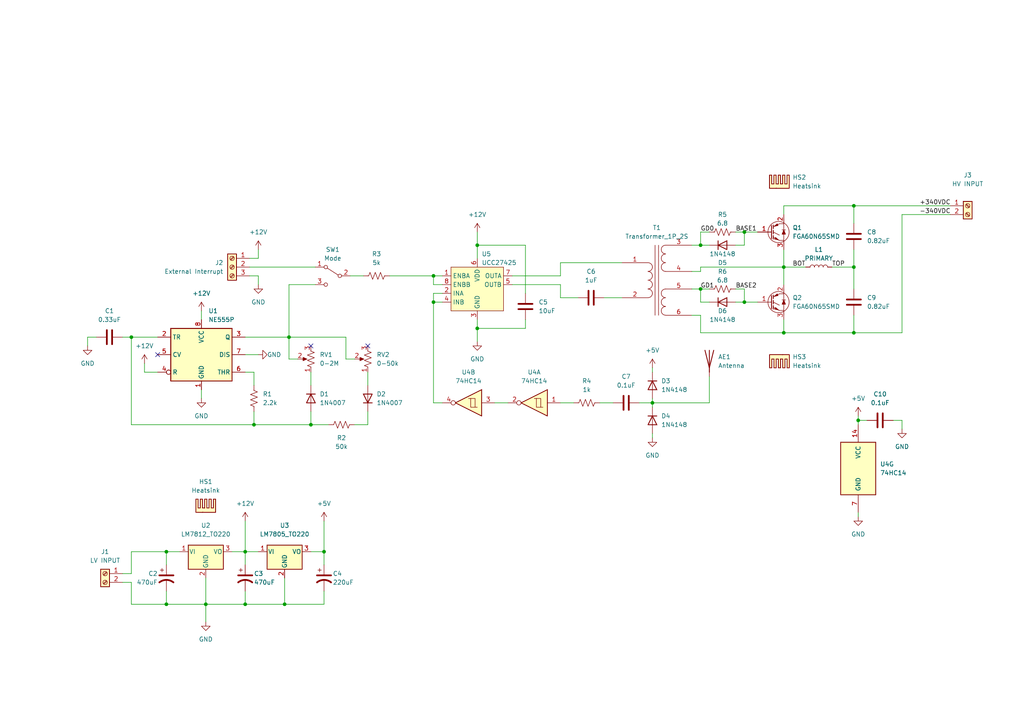
<source format=kicad_sch>
(kicad_sch (version 20230121) (generator eeschema)
  (paper "A4")
  (lib_symbols
    (symbol "74xx:74HC14" (pin_names (offset 1.016))
      (property "Reference" "U" (at 0 1.27 0))
      (property "Value" "74HC14" (at 0 -1.27 0))
      (symbol "74HC14_1_0"
        (polyline (pts (xy -3.81 3.81) (xy -3.81 -3.81) (xy 3.81 0) (xy -3.81 3.81)) (stroke (width 0.254)) (fill (type background)))
        (pin input line (at -7.62 0 0) (length 3.81) (name "~") (number "1"))
        (pin output inverted (at 7.62 0 180) (length 3.81) (name "~") (number "2"))
      )
      (symbol "74HC14_1_1"
        (polyline (pts (xy -1.905 -1.27) (xy -1.905 1.27) (xy -0.635 1.27)))
        (polyline (pts (xy -2.54 -1.27) (xy -0.635 -1.27) (xy -0.635 1.27) (xy 0 1.27)))
      )
      (symbol "74HC14_2_0"
        (polyline (pts (xy -3.81 3.81) (xy -3.81 -3.81) (xy 3.81 0) (xy -3.81 3.81)) (stroke (width 0.254)) (fill (type background)))
        (pin input line (at -7.62 0 0) (length 3.81) (name "~") (number "3"))
        (pin output inverted (at 7.62 0 180) (length 3.81) (name "~") (number "4"))
      )
      (symbol "74HC14_2_1"
        (polyline (pts (xy -1.905 -1.27) (xy -1.905 1.27) (xy -0.635 1.27)))
        (polyline (pts (xy -2.54 -1.27) (xy -0.635 -1.27) (xy -0.635 1.27) (xy 0 1.27)))
      )
      (symbol "74HC14_3_0"
        (polyline (pts (xy -3.81 3.81) (xy -3.81 -3.81) (xy 3.81 0) (xy -3.81 3.81)) (stroke (width 0.254)) (fill (type background)))
        (pin input line (at -7.62 0 0) (length 3.81) (name "~") (number "5"))
        (pin output inverted (at 7.62 0 180) (length 3.81) (name "~") (number "6"))
      )
      (symbol "74HC14_3_1"
        (polyline (pts (xy -1.905 -1.27) (xy -1.905 1.27) (xy -0.635 1.27)))
        (polyline (pts (xy -2.54 -1.27) (xy -0.635 -1.27) (xy -0.635 1.27) (xy 0 1.27)))
      )
      (symbol "74HC14_4_0"
        (polyline (pts (xy -3.81 3.81) (xy -3.81 -3.81) (xy 3.81 0) (xy -3.81 3.81)) (stroke (width 0.254)) (fill (type background)))
        (pin output inverted (at 7.62 0 180) (length 3.81) (name "~") (number "8"))
        (pin input line (at -7.62 0 0) (length 3.81) (name "~") (number "9"))
      )
      (symbol "74HC14_4_1"
        (polyline (pts (xy -1.905 -1.27) (xy -1.905 1.27) (xy -0.635 1.27)))
        (polyline (pts (xy -2.54 -1.27) (xy -0.635 -1.27) (xy -0.635 1.27) (xy 0 1.27)))
      )
      (symbol "74HC14_5_0"
        (polyline (pts (xy -3.81 3.81) (xy -3.81 -3.81) (xy 3.81 0) (xy -3.81 3.81)) (stroke (width 0.254)) (fill (type background)))
        (pin output inverted (at 7.62 0 180) (length 3.81) (name "~") (number "10"))
        (pin input line (at -7.62 0 0) (length 3.81) (name "~") (number "11"))
      )
      (symbol "74HC14_5_1"
        (polyline (pts (xy -1.905 -1.27) (xy -1.905 1.27) (xy -0.635 1.27)))
        (polyline (pts (xy -2.54 -1.27) (xy -0.635 -1.27) (xy -0.635 1.27) (xy 0 1.27)))
      )
      (symbol "74HC14_6_0"
        (polyline (pts (xy -3.81 3.81) (xy -3.81 -3.81) (xy 3.81 0) (xy -3.81 3.81)) (stroke (width 0.254)) (fill (type background)))
        (pin output inverted (at 7.62 0 180) (length 3.81) (name "~") (number "12"))
        (pin input line (at -7.62 0 0) (length 3.81) (name "~") (number "13"))
      )
      (symbol "74HC14_6_1"
        (polyline (pts (xy -1.905 -1.27) (xy -1.905 1.27) (xy -0.635 1.27)))
        (polyline (pts (xy -2.54 -1.27) (xy -0.635 -1.27) (xy -0.635 1.27) (xy 0 1.27)))
      )
      (symbol "74HC14_7_0"
        (pin power_in line (at 0 12.7 270) (length 5.08) (name "VCC") (number "14"))
        (pin power_in line (at 0 -12.7 90) (length 5.08) (name "GND") (number "7"))
      )
      (symbol "74HC14_7_1"
        (rectangle (start -5.08 7.62) (end 5.08 -7.62) (stroke (width 0.254)) (fill (type background)))
      )
    )
    (symbol "Connector:Screw_Terminal_01x02" (pin_names (offset 1.016) hide)
      (property "Reference" "J" (at 0 2.54 0))
      (property "Value" "Screw_Terminal_01x02" (at 0 -5.08 0))
      (symbol "Screw_Terminal_01x02_1_1"
        (rectangle (start -1.27 1.27) (end 1.27 -3.81) (stroke (width 0.254)) (fill (type background)))
        (circle (center 0 -2.54) (radius 0.635) (stroke (width 0.1524)))
        (polyline (pts (xy -0.5334 -2.2098) (xy 0.3302 -3.048)) (stroke (width 0.1524)))
        (polyline (pts (xy -0.5334 0.3302) (xy 0.3302 -0.508)) (stroke (width 0.1524)))
        (polyline (pts (xy -0.3556 -2.032) (xy 0.508 -2.8702)) (stroke (width 0.1524)))
        (polyline (pts (xy -0.3556 0.508) (xy 0.508 -0.3302)) (stroke (width 0.1524)))
        (circle (center 0 0) (radius 0.635) (stroke (width 0.1524)))
        (pin passive line (at -5.08 0 0) (length 3.81) (name "Pin_1") (number "1"))
        (pin passive line (at -5.08 -2.54 0) (length 3.81) (name "Pin_2") (number "2"))
      )
    )
    (symbol "Connector:Screw_Terminal_01x03" (pin_names (offset 1.016) hide)
      (property "Reference" "J" (at 0 5.08 0))
      (property "Value" "Screw_Terminal_01x03" (at 0 -5.08 0))
      (symbol "Screw_Terminal_01x03_1_1"
        (rectangle (start -1.27 3.81) (end 1.27 -3.81) (stroke (width 0.254)) (fill (type background)))
        (circle (center 0 -2.54) (radius 0.635) (stroke (width 0.1524)))
        (polyline (pts (xy -0.5334 -2.2098) (xy 0.3302 -3.048)) (stroke (width 0.1524)))
        (polyline (pts (xy -0.5334 0.3302) (xy 0.3302 -0.508)) (stroke (width 0.1524)))
        (polyline (pts (xy -0.5334 2.8702) (xy 0.3302 2.032)) (stroke (width 0.1524)))
        (polyline (pts (xy -0.3556 -2.032) (xy 0.508 -2.8702)) (stroke (width 0.1524)))
        (polyline (pts (xy -0.3556 0.508) (xy 0.508 -0.3302)) (stroke (width 0.1524)))
        (polyline (pts (xy -0.3556 3.048) (xy 0.508 2.2098)) (stroke (width 0.1524)))
        (circle (center 0 0) (radius 0.635) (stroke (width 0.1524)))
        (circle (center 0 2.54) (radius 0.635) (stroke (width 0.1524)))
        (pin passive line (at -5.08 2.54 0) (length 3.81) (name "Pin_1") (number "1"))
        (pin passive line (at -5.08 0 0) (length 3.81) (name "Pin_2") (number "2"))
        (pin passive line (at -5.08 -2.54 0) (length 3.81) (name "Pin_3") (number "3"))
      )
    )
    (symbol "Device:Antenna" (pin_numbers hide) (pin_names (offset 1.016) hide)
      (property "Reference" "AE" (at -1.905 1.905 0))
      (property "Value" "Antenna" (at -1.905 0 0))
      (symbol "Antenna_0_1"
        (polyline (pts (xy 0 2.54) (xy 0 -3.81)) (stroke (width 0.254)))
        (polyline (pts (xy 1.27 2.54) (xy 0 -2.54) (xy -1.27 2.54)) (stroke (width 0.254)))
      )
      (symbol "Antenna_1_1"
        (pin input line (at 0 -5.08 90) (length 2.54) (name "A") (number "1"))
      )
    )
    (symbol "Device:C" (pin_numbers hide) (pin_names (offset 0.254))
      (property "Reference" "C" (at 0.635 2.54 0))
      (property "Value" "C" (at 0.635 -2.54 0))
      (symbol "C_0_1"
        (polyline (pts (xy -2.032 -0.762) (xy 2.032 -0.762)) (stroke (width 0.508)))
        (polyline (pts (xy -2.032 0.762) (xy 2.032 0.762)) (stroke (width 0.508)))
      )
      (symbol "C_1_1"
        (pin passive line (at 0 3.81 270) (length 2.794) (name "~") (number "1"))
        (pin passive line (at 0 -3.81 90) (length 2.794) (name "~") (number "2"))
      )
    )
    (symbol "Device:C_Polarized_US" (pin_numbers hide) (pin_names (offset 0.254) hide)
      (property "Reference" "C" (at 0.635 2.54 0))
      (property "Value" "C_Polarized_US" (at 0.635 -2.54 0))
      (symbol "C_Polarized_US_0_1"
        (polyline (pts (xy -2.032 0.762) (xy 2.032 0.762)) (stroke (width 0.508)))
        (polyline (pts (xy -1.778 2.286) (xy -0.762 2.286)))
        (polyline (pts (xy -1.27 1.778) (xy -1.27 2.794)))
        (arc (start 2.032 -1.27) (mid 0 -0.5572) (end -2.032 -1.27) (stroke (width 0.508)))
      )
      (symbol "C_Polarized_US_1_1"
        (pin passive line (at 0 3.81 270) (length 2.794) (name "~") (number "1"))
        (pin passive line (at 0 -3.81 90) (length 3.302) (name "~") (number "2"))
      )
    )
    (symbol "Device:L" (pin_numbers hide) (pin_names (offset 1.016) hide)
      (property "Reference" "L" (at -1.27 0 90))
      (property "Value" "L" (at 1.905 0 90))
      (symbol "L_0_1"
        (arc (start 0 -2.54) (mid 0.6323 -1.905) (end 0 -1.27))
        (arc (start 0 -1.27) (mid 0.6323 -0.635) (end 0 0))
        (arc (start 0 0) (mid 0.6323 0.635) (end 0 1.27))
        (arc (start 0 1.27) (mid 0.6323 1.905) (end 0 2.54))
      )
      (symbol "L_1_1"
        (pin passive line (at 0 3.81 270) (length 1.27) (name "1") (number "1"))
        (pin passive line (at 0 -3.81 90) (length 1.27) (name "2") (number "2"))
      )
    )
    (symbol "Device:R_Potentiometer_US" (pin_names (offset 1.016) hide)
      (property "Reference" "RV" (at -4.445 0 90))
      (property "Value" "R_Potentiometer_US" (at -2.54 0 90))
      (symbol "R_Potentiometer_US_0_1"
        (polyline (pts (xy 0 -2.286) (xy 0 -2.54)))
        (polyline (pts (xy 0 2.54) (xy 0 2.286)))
        (polyline (pts (xy 2.54 0) (xy 1.524 0)))
        (polyline (pts (xy 1.143 0) (xy 2.286 0.508) (xy 2.286 -0.508) (xy 1.143 0)) (fill (type outline)))
        (polyline (pts (xy 0 -0.762) (xy 1.016 -1.143) (xy 0 -1.524) (xy -1.016 -1.905) (xy 0 -2.286)))
        (polyline (pts (xy 0 0.762) (xy 1.016 0.381) (xy 0 0) (xy -1.016 -0.381) (xy 0 -0.762)))
        (polyline (pts (xy 0 2.286) (xy 1.016 1.905) (xy 0 1.524) (xy -1.016 1.143) (xy 0 0.762)))
      )
      (symbol "R_Potentiometer_US_1_1"
        (pin passive line (at 0 3.81 270) (length 1.27) (name "1") (number "1"))
        (pin passive line (at 3.81 0 180) (length 1.27) (name "2") (number "2"))
        (pin passive line (at 0 -3.81 90) (length 1.27) (name "3") (number "3"))
      )
    )
    (symbol "Device:R_US" (pin_numbers hide) (pin_names (offset 0))
      (property "Reference" "R" (at 2.54 0 90))
      (property "Value" "R_US" (at -2.54 0 90))
      (symbol "R_US_0_1"
        (polyline (pts (xy 0 -2.286) (xy 0 -2.54)))
        (polyline (pts (xy 0 2.286) (xy 0 2.54)))
        (polyline (pts (xy 0 -0.762) (xy 1.016 -1.143) (xy 0 -1.524) (xy -1.016 -1.905) (xy 0 -2.286)))
        (polyline (pts (xy 0 0.762) (xy 1.016 0.381) (xy 0 0) (xy -1.016 -0.381) (xy 0 -0.762)))
        (polyline (pts (xy 0 2.286) (xy 1.016 1.905) (xy 0 1.524) (xy -1.016 1.143) (xy 0 0.762)))
      )
      (symbol "R_US_1_1"
        (pin passive line (at 0 3.81 270) (length 1.27) (name "~") (number "1"))
        (pin passive line (at 0 -3.81 90) (length 1.27) (name "~") (number "2"))
      )
    )
    (symbol "Device:Transformer_1P_2S" (pin_names (offset 1.016) hide)
      (property "Reference" "T" (at 0 12.7 0))
      (property "Value" "Transformer_1P_2S" (at 0 -12.7 0))
      (symbol "Transformer_1P_2S_0_1"
        (arc (start -2.54 -5.0546) (mid -1.6561 -4.6863) (end -1.27 -3.81))
        (arc (start -2.54 -2.5146) (mid -1.6561 -2.1463) (end -1.27 -1.27))
        (arc (start -2.54 0.0254) (mid -1.6561 0.3937) (end -1.27 1.27))
        (arc (start -2.54 2.5654) (mid -1.6561 2.9337) (end -1.27 3.81))
        (arc (start -1.27 -3.81) (mid -1.642 -2.912) (end -2.54 -2.54))
        (arc (start -1.27 -1.27) (mid -1.642 -0.372) (end -2.54 0))
        (arc (start -1.27 1.27) (mid -1.642 2.168) (end -2.54 2.54))
        (arc (start -1.27 3.81) (mid -1.642 4.708) (end -2.54 5.08))
        (polyline (pts (xy -0.508 -10.16) (xy -0.508 10.16)))
        (polyline (pts (xy 0.508 10.16) (xy 0.508 -10.16)))
        (arc (start 1.2954 -8.89) (mid 1.6599 -9.7701) (end 2.54 -10.1346))
        (arc (start 1.2954 -6.35) (mid 1.6599 -7.2301) (end 2.54 -7.5946))
        (arc (start 1.2954 -3.81) (mid 1.6599 -4.6901) (end 2.54 -5.0546))
        (arc (start 1.2954 3.81) (mid 1.6599 2.9299) (end 2.54 2.5654))
        (arc (start 1.2954 6.35) (mid 1.6599 5.4699) (end 2.54 5.1054))
        (arc (start 1.2954 8.89) (mid 1.6599 8.0099) (end 2.54 7.6454))
        (arc (start 2.54 -7.62) (mid 1.6456 -7.9883) (end 1.2954 -8.89))
        (arc (start 2.54 -5.08) (mid 1.6456 -5.4483) (end 1.2954 -6.35))
        (arc (start 2.54 -2.54) (mid 1.6456 -2.9083) (end 1.2954 -3.81))
        (arc (start 2.54 5.08) (mid 1.6456 4.7117) (end 1.2954 3.81))
        (arc (start 2.54 7.62) (mid 1.6456 7.2517) (end 1.2954 6.35))
        (arc (start 2.54 10.16) (mid 1.6456 9.7917) (end 1.2954 8.89))
      )
      (symbol "Transformer_1P_2S_1_1"
        (pin passive line (at -10.16 5.08 0) (length 7.62) (name "AA") (number "1"))
        (pin passive line (at -10.16 -5.08 0) (length 7.62) (name "AB") (number "2"))
        (pin passive line (at 10.16 10.16 180) (length 7.62) (name "SA") (number "3"))
        (pin passive line (at 10.16 2.54 180) (length 7.62) (name "SB") (number "4"))
        (pin passive line (at 10.16 -2.54 180) (length 7.62) (name "SC") (number "5"))
        (pin passive line (at 10.16 -10.16 180) (length 7.62) (name "SD") (number "6"))
      )
    )
    (symbol "Diode:1N4007" (pin_numbers hide) (pin_names (offset 1.016) hide)
      (property "Reference" "D" (at 0 2.54 0))
      (property "Value" "1N4007" (at 0 -2.54 0))
      (symbol "1N4007_0_1"
        (polyline (pts (xy -1.27 1.27) (xy -1.27 -1.27)) (stroke (width 0.254)))
        (polyline (pts (xy 1.27 0) (xy -1.27 0)))
        (polyline (pts (xy 1.27 1.27) (xy 1.27 -1.27) (xy -1.27 0) (xy 1.27 1.27)) (stroke (width 0.254)))
      )
      (symbol "1N4007_1_1"
        (pin passive line (at -3.81 0 0) (length 2.54) (name "K") (number "1"))
        (pin passive line (at 3.81 0 180) (length 2.54) (name "A") (number "2"))
      )
    )
    (symbol "Diode:1N4148" (pin_numbers hide) (pin_names (offset 1.016) hide)
      (property "Reference" "D" (at 0 2.54 0))
      (property "Value" "1N4148" (at 0 -2.54 0))
      (symbol "1N4148_0_1"
        (polyline (pts (xy -1.27 1.27) (xy -1.27 -1.27)) (stroke (width 0.254)))
        (polyline (pts (xy 1.27 0) (xy -1.27 0)))
        (polyline (pts (xy 1.27 1.27) (xy 1.27 -1.27) (xy -1.27 0) (xy 1.27 1.27)) (stroke (width 0.254)))
      )
      (symbol "1N4148_1_1"
        (pin passive line (at -3.81 0 0) (length 2.54) (name "K") (number "1"))
        (pin passive line (at 3.81 0 180) (length 2.54) (name "A") (number "2"))
      )
    )
    (symbol "Mechanical:Heatsink" (pin_names (offset 1.016))
      (property "Reference" "HS" (at 0 5.08 0))
      (property "Value" "Heatsink" (at 0 -1.27 0))
      (symbol "Heatsink_0_1"
        (polyline (pts (xy -0.3302 1.27) (xy -0.9652 1.27) (xy -0.9652 3.81) (xy -1.6002 3.81) (xy -1.6002 1.27) (xy -2.2352 1.27) (xy -2.2352 3.81) (xy -2.8702 3.81) (xy -2.8702 0) (xy -0.9652 0)) (stroke (width 0.254)) (fill (type background)))
        (polyline (pts (xy -0.3302 1.27) (xy -0.3302 3.81) (xy 0.3048 3.81) (xy 0.3048 1.27) (xy 0.9398 1.27) (xy 0.9398 3.81) (xy 1.5748 3.81) (xy 1.5748 1.27) (xy 2.2098 1.27) (xy 2.2098 3.81) (xy 2.8448 3.81) (xy 2.8448 0) (xy -0.9652 0)) (stroke (width 0.254)) (fill (type background)))
      )
    )
    (symbol "Regulator_Linear:LM7805_TO220" (pin_names (offset 0.254))
      (property "Reference" "U" (at -3.81 3.175 0))
      (property "Value" "LM7805_TO220" (at 0 3.175 0))
      (symbol "LM7805_TO220_0_1"
        (rectangle (start -5.08 1.905) (end 5.08 -5.08) (stroke (width 0.254)) (fill (type background)))
      )
      (symbol "LM7805_TO220_1_1"
        (pin power_in line (at -7.62 0 0) (length 2.54) (name "VI") (number "1"))
        (pin power_in line (at 0 -7.62 90) (length 2.54) (name "GND") (number "2"))
        (pin power_out line (at 7.62 0 180) (length 2.54) (name "VO") (number "3"))
      )
    )
    (symbol "Regulator_Linear:LM7812_TO220" (pin_names (offset 0.254))
      (property "Reference" "U" (at -3.81 3.175 0))
      (property "Value" "LM7812_TO220" (at 0 3.175 0))
      (symbol "LM7812_TO220_0_1"
        (rectangle (start -5.08 1.905) (end 5.08 -5.08) (stroke (width 0.254)) (fill (type background)))
      )
      (symbol "LM7812_TO220_1_1"
        (pin power_in line (at -7.62 0 0) (length 2.54) (name "VI") (number "1"))
        (pin power_in line (at 0 -7.62 90) (length 2.54) (name "GND") (number "2"))
        (pin power_out line (at 7.62 0 180) (length 2.54) (name "VO") (number "3"))
      )
    )
    (symbol "Switch:SW_SPDT" (pin_names (offset 0) hide)
      (property "Reference" "SW" (at 0 4.318 0))
      (property "Value" "SW_SPDT" (at 0 -5.08 0))
      (symbol "SW_SPDT_0_0"
        (circle (center -2.032 0) (radius 0.508))
        (circle (center 2.032 -2.54) (radius 0.508))
      )
      (symbol "SW_SPDT_0_1"
        (polyline (pts (xy -1.524 0.254) (xy 1.651 2.286)))
        (circle (center 2.032 2.54) (radius 0.508))
      )
      (symbol "SW_SPDT_1_1"
        (pin passive line (at 5.08 2.54 180) (length 2.54) (name "A") (number "1"))
        (pin passive line (at -5.08 0 0) (length 2.54) (name "B") (number "2"))
        (pin passive line (at 5.08 -2.54 180) (length 2.54) (name "C") (number "3"))
      )
    )
    (symbol "Timer:NE555P"
      (property "Reference" "U" (at -10.16 8.89 0))
      (property "Value" "NE555P" (at 2.54 8.89 0))
      (symbol "NE555P_0_0"
        (pin power_in line (at 0 -10.16 90) (length 2.54) (name "GND") (number "1"))
        (pin power_in line (at 0 10.16 270) (length 2.54) (name "VCC") (number "8"))
      )
      (symbol "NE555P_0_1"
        (rectangle (start -8.89 -7.62) (end 8.89 7.62) (stroke (width 0.254)) (fill (type background)))
        (rectangle (start -8.89 -7.62) (end 8.89 7.62) (stroke (width 0.254)) (fill (type background)))
      )
      (symbol "NE555P_1_1"
        (pin input line (at -12.7 5.08 0) (length 3.81) (name "TR") (number "2"))
        (pin output line (at 12.7 5.08 180) (length 3.81) (name "Q") (number "3"))
        (pin input inverted (at -12.7 -5.08 0) (length 3.81) (name "R") (number "4"))
        (pin input line (at -12.7 0 0) (length 3.81) (name "CV") (number "5"))
        (pin input line (at 12.7 -5.08 180) (length 3.81) (name "THR") (number "6"))
        (pin input line (at 12.7 0 180) (length 3.81) (name "DIS") (number "7"))
      )
    )
    (symbol "local:FGA60N65SMD" (pin_names (offset 0) hide)
      (property "Reference" "Q" (at 6.35 1.905 0))
      (property "Value" "FGA60N65SMD" (at 6.35 0 0))
      (symbol "FGA60N65SMD_0_1"
        (polyline (pts (xy -1.27 0) (xy -1.016 0)))
        (polyline (pts (xy 1.27 -2.413) (xy 2.54 -2.413)))
        (polyline (pts (xy 1.27 2.413) (xy 2.54 2.413)))
        (polyline (pts (xy 2.032 0.635) (xy 3.048 0.635)))
        (polyline (pts (xy 2.54 3.81) (xy 2.54 -3.81)))
        (polyline (pts (xy 2.54 0.635) (xy 2.032 -0.635) (xy 3.048 -0.635) (xy 2.54 0.635)) (fill (type outline)))
        (circle (center 1.016 0) (radius 3.0734))
      )
      (symbol "FGA60N65SMD_1_1"
        (polyline (pts (xy -0.508 -1.016) (xy -0.508 -2.032)) (stroke (width 0.254)))
        (polyline (pts (xy -0.508 0.508) (xy -0.508 -0.508)) (stroke (width 0.254)))
        (polyline (pts (xy -0.508 2.032) (xy -0.508 1.016)) (stroke (width 0.254)))
        (polyline (pts (xy 1.27 -2.413) (xy -0.508 -1.524)))
        (polyline (pts (xy 1.27 -0.889) (xy -0.508 0)))
        (polyline (pts (xy 1.27 2.413) (xy -0.508 1.524)))
        (polyline (pts (xy -1.016 1.905) (xy -1.016 -1.905) (xy -1.016 -1.905)) (stroke (width 0.254)))
        (polyline (pts (xy -0.127 -2.032) (xy 0.127 -1.524) (xy 1.016 -2.286) (xy -0.127 -2.032)) (fill (type outline)))
        (polyline (pts (xy 0.889 1.905) (xy 0.635 2.413) (xy -0.254 1.651) (xy 0.889 1.905)) (fill (type outline)))
        (pin input line (at -5.08 0 0) (length 3.81) (name "G") (number "1"))
        (pin passive line (at 2.54 5.08 270) (length 2.54) (name "C") (number "2"))
        (pin passive line (at 2.54 -5.08 90) (length 2.54) (name "E") (number "3"))
      )
    )
    (symbol "local:UCC27425"
      (property "Reference" "U" (at 1.27 12.7 0))
      (property "Value" "UCC27425" (at 1.27 10.16 0))
      (symbol "UCC27425_0_1"
        (rectangle (start -7.62 8.89) (end 7.62 -3.81) (fill (type background)))
      )
      (symbol "UCC27425_1_1"
        (pin input line (at -10.16 6.35 0) (length 2.54) (name "ENBA") (number "1"))
        (pin input line (at -10.16 1.27 0) (length 2.54) (name "INA") (number "2"))
        (pin power_in line (at 0 -6.35 90) (length 2.54) (name "GND") (number "3"))
        (pin input line (at -10.16 -1.27 0) (length 2.54) (name "INB") (number "4"))
        (pin output line (at 10.16 3.81 180) (length 2.54) (name "OUTB") (number "5"))
        (pin power_in line (at 0 11.43 270) (length 2.54) (name "VDD") (number "6"))
        (pin output line (at 10.16 6.35 180) (length 2.54) (name "OUTA") (number "7"))
        (pin input line (at -10.16 3.81 0) (length 2.54) (name "ENBB") (number "8"))
      )
    )
    (symbol "power:+12V" (power) (pin_names (offset 0))
      (property "Value" "+12V" (at 0 3.556 0))
      (symbol "+12V_0_1"
        (polyline (pts (xy -0.762 1.27) (xy 0 2.54)))
        (polyline (pts (xy 0 0) (xy 0 2.54)))
        (polyline (pts (xy 0 2.54) (xy 0.762 1.27)))
      )
      (symbol "+12V_1_1"
        (pin power_in line (at 0 0 90) (length 0) hide (name "+12V") (number "1"))
      )
    )
    (symbol "power:+5V" (power) (pin_names (offset 0))
      (property "Value" "+5V" (at 0 3.556 0))
      (symbol "+5V_0_1"
        (polyline (pts (xy -0.762 1.27) (xy 0 2.54)))
        (polyline (pts (xy 0 0) (xy 0 2.54)))
        (polyline (pts (xy 0 2.54) (xy 0.762 1.27)))
      )
      (symbol "+5V_1_1"
        (pin power_in line (at 0 0 90) (length 0) hide (name "+5V") (number "1"))
      )
    )
    (symbol "power:GND" (power) (pin_names (offset 0))
      (property "Value" "GND" (at 0 -3.81 0))
      (symbol "GND_0_1"
        (polyline (pts (xy 0 0) (xy 0 -1.27) (xy 1.27 -1.27) (xy 0 -2.54) (xy -1.27 -1.27) (xy 0 -1.27)))
      )
      (symbol "GND_1_1"
        (pin power_in line (at 0 0 270) (length 0) hide (name "GND") (number "1"))
      )
    )
  )
  (junction (at 248.92 121.92))
  (junction (at 203.2 71.12))
  (junction (at 83.82 97.79))
  (junction (at 189.23 116.84))
  (junction (at 138.43 95.25))
  (junction (at 247.65 77.47))
  (junction (at 215.9 67.31))
  (junction (at 48.26 175.26))
  (junction (at 203.2 83.82))
  (junction (at 247.65 96.52))
  (junction (at 38.1 97.79))
  (junction (at 93.98 160.02))
  (junction (at 48.26 160.02))
  (junction (at 59.69 175.26))
  (junction (at 71.12 175.26))
  (junction (at 73.66 123.19))
  (junction (at 227.33 77.47))
  (junction (at 90.17 123.19))
  (junction (at 125.73 87.63))
  (junction (at 71.12 160.02))
  (junction (at 138.43 71.12))
  (junction (at 247.65 59.69))
  (junction (at 227.33 96.52))
  (junction (at 215.9 87.63))
  (junction (at 125.73 80.01))
  (junction (at 82.55 175.26))
  (no_connect (at 45.72 102.87))
  (no_connect (at 90.17 100.33))
  (no_connect (at 106.68 100.33))
  (wire (pts (xy 38.1 123.19) (xy 73.66 123.19)))
  (wire (pts (xy 261.62 62.23) (xy 275.59 62.23)))
  (wire (pts (xy 71.12 175.26) (xy 82.55 175.26)))
  (wire (pts (xy 125.73 87.63) (xy 128.27 87.63)))
  (wire (pts (xy 152.4 95.25) (xy 152.4 92.71)))
  (wire (pts (xy 152.4 85.09) (xy 152.4 71.12)))
  (wire (pts (xy 248.92 121.92) (xy 251.46 121.92)))
  (wire (pts (xy 152.4 71.12) (xy 138.43 71.12)))
  (wire (pts (xy 125.73 87.63) (xy 125.73 116.84)))
  (wire (pts (xy 215.9 87.63) (xy 219.71 87.63)))
  (wire (pts (xy 138.43 71.12) (xy 138.43 74.93)))
  (wire (pts (xy 162.56 76.2) (xy 162.56 80.01)))
  (wire (pts (xy 189.23 116.84) (xy 205.74 116.84)))
  (wire (pts (xy 261.62 96.52) (xy 247.65 96.52)))
  (wire (pts (xy 35.56 97.79) (xy 38.1 97.79)))
  (wire (pts (xy 59.69 167.64) (xy 59.69 175.26)))
  (wire (pts (xy 90.17 119.38) (xy 90.17 123.19)))
  (wire (pts (xy 143.51 116.84) (xy 147.32 116.84)))
  (wire (pts (xy 248.92 121.92) (xy 248.92 123.19)))
  (wire (pts (xy 148.59 80.01) (xy 162.56 80.01)))
  (wire (pts (xy 203.2 71.12) (xy 203.2 67.31)))
  (wire (pts (xy 125.73 82.55) (xy 125.73 80.01)))
  (wire (pts (xy 58.42 113.03) (xy 58.42 115.57)))
  (wire (pts (xy 203.2 96.52) (xy 227.33 96.52)))
  (wire (pts (xy 261.62 121.92) (xy 261.62 124.46)))
  (wire (pts (xy 247.65 59.69) (xy 275.59 59.69)))
  (wire (pts (xy 38.1 97.79) (xy 45.72 97.79)))
  (wire (pts (xy 162.56 82.55) (xy 162.56 86.36)))
  (wire (pts (xy 203.2 87.63) (xy 205.74 87.63)))
  (wire (pts (xy 213.36 67.31) (xy 215.9 67.31)))
  (wire (pts (xy 213.36 83.82) (xy 215.9 83.82)))
  (wire (pts (xy 83.82 82.55) (xy 83.82 97.79)))
  (wire (pts (xy 138.43 92.71) (xy 138.43 95.25)))
  (wire (pts (xy 248.92 148.59) (xy 248.92 149.86)))
  (wire (pts (xy 72.39 80.01) (xy 74.93 80.01)))
  (wire (pts (xy 215.9 83.82) (xy 215.9 87.63)))
  (wire (pts (xy 38.1 166.37) (xy 38.1 160.02)))
  (wire (pts (xy 74.93 74.93) (xy 74.93 72.39)))
  (wire (pts (xy 90.17 123.19) (xy 95.25 123.19)))
  (wire (pts (xy 48.26 175.26) (xy 48.26 171.45)))
  (wire (pts (xy 259.08 121.92) (xy 261.62 121.92)))
  (wire (pts (xy 138.43 67.31) (xy 138.43 71.12)))
  (wire (pts (xy 59.69 175.26) (xy 59.69 180.34)))
  (wire (pts (xy 106.68 123.19) (xy 106.68 119.38)))
  (wire (pts (xy 180.34 76.2) (xy 162.56 76.2)))
  (wire (pts (xy 71.12 160.02) (xy 74.93 160.02)))
  (wire (pts (xy 48.26 175.26) (xy 59.69 175.26)))
  (wire (pts (xy 125.73 80.01) (xy 128.27 80.01)))
  (wire (pts (xy 86.36 104.14) (xy 83.82 104.14)))
  (wire (pts (xy 83.82 104.14) (xy 83.82 97.79)))
  (wire (pts (xy 185.42 116.84) (xy 189.23 116.84)))
  (wire (pts (xy 91.44 82.55) (xy 83.82 82.55)))
  (wire (pts (xy 227.33 96.52) (xy 247.65 96.52)))
  (wire (pts (xy 128.27 82.55) (xy 125.73 82.55)))
  (wire (pts (xy 101.6 80.01) (xy 105.41 80.01)))
  (wire (pts (xy 213.36 71.12) (xy 215.9 71.12)))
  (wire (pts (xy 71.12 107.95) (xy 73.66 107.95)))
  (wire (pts (xy 25.4 97.79) (xy 25.4 100.33)))
  (wire (pts (xy 93.98 160.02) (xy 93.98 163.83)))
  (wire (pts (xy 215.9 71.12) (xy 215.9 67.31)))
  (wire (pts (xy 72.39 77.47) (xy 91.44 77.47)))
  (wire (pts (xy 189.23 116.84) (xy 189.23 118.11)))
  (wire (pts (xy 102.87 123.19) (xy 106.68 123.19)))
  (wire (pts (xy 138.43 95.25) (xy 152.4 95.25)))
  (wire (pts (xy 215.9 67.31) (xy 219.71 67.31)))
  (wire (pts (xy 72.39 74.93) (xy 74.93 74.93)))
  (wire (pts (xy 227.33 59.69) (xy 247.65 59.69)))
  (wire (pts (xy 128.27 85.09) (xy 125.73 85.09)))
  (wire (pts (xy 247.65 77.47) (xy 247.65 72.39)))
  (wire (pts (xy 41.91 107.95) (xy 45.72 107.95)))
  (wire (pts (xy 93.98 151.13) (xy 93.98 160.02)))
  (wire (pts (xy 58.42 90.17) (xy 58.42 92.71)))
  (wire (pts (xy 138.43 95.25) (xy 138.43 99.06)))
  (wire (pts (xy 203.2 83.82) (xy 203.2 87.63)))
  (wire (pts (xy 38.1 175.26) (xy 48.26 175.26)))
  (wire (pts (xy 71.12 102.87) (xy 74.93 102.87)))
  (wire (pts (xy 162.56 86.36) (xy 167.64 86.36)))
  (wire (pts (xy 227.33 77.47) (xy 233.68 77.47)))
  (wire (pts (xy 59.69 175.26) (xy 71.12 175.26)))
  (wire (pts (xy 189.23 115.57) (xy 189.23 116.84)))
  (wire (pts (xy 247.65 59.69) (xy 247.65 64.77)))
  (wire (pts (xy 125.73 85.09) (xy 125.73 87.63)))
  (wire (pts (xy 173.99 116.84) (xy 177.8 116.84)))
  (wire (pts (xy 38.1 160.02) (xy 48.26 160.02)))
  (wire (pts (xy 248.92 120.65) (xy 248.92 121.92)))
  (wire (pts (xy 227.33 77.47) (xy 227.33 82.55)))
  (wire (pts (xy 247.65 96.52) (xy 247.65 91.44)))
  (wire (pts (xy 83.82 97.79) (xy 100.33 97.79)))
  (wire (pts (xy 247.65 77.47) (xy 247.65 83.82)))
  (wire (pts (xy 35.56 166.37) (xy 38.1 166.37)))
  (wire (pts (xy 67.31 160.02) (xy 71.12 160.02)))
  (wire (pts (xy 90.17 160.02) (xy 93.98 160.02)))
  (wire (pts (xy 200.66 83.82) (xy 203.2 83.82)))
  (wire (pts (xy 213.36 87.63) (xy 215.9 87.63)))
  (wire (pts (xy 189.23 125.73) (xy 189.23 127)))
  (wire (pts (xy 261.62 62.23) (xy 261.62 96.52)))
  (wire (pts (xy 227.33 96.52) (xy 227.33 92.71)))
  (wire (pts (xy 52.07 160.02) (xy 48.26 160.02)))
  (wire (pts (xy 189.23 106.68) (xy 189.23 107.95)))
  (wire (pts (xy 74.93 80.01) (xy 74.93 82.55)))
  (wire (pts (xy 102.87 104.14) (xy 100.33 104.14)))
  (wire (pts (xy 73.66 123.19) (xy 90.17 123.19)))
  (wire (pts (xy 227.33 77.47) (xy 227.33 72.39)))
  (wire (pts (xy 113.03 80.01) (xy 125.73 80.01)))
  (wire (pts (xy 38.1 97.79) (xy 38.1 123.19)))
  (wire (pts (xy 203.2 78.74) (xy 203.2 77.47)))
  (wire (pts (xy 205.74 109.22) (xy 205.74 116.84)))
  (wire (pts (xy 83.82 97.79) (xy 71.12 97.79)))
  (wire (pts (xy 203.2 77.47) (xy 227.33 77.47)))
  (wire (pts (xy 125.73 116.84) (xy 128.27 116.84)))
  (wire (pts (xy 200.66 78.74) (xy 203.2 78.74)))
  (wire (pts (xy 82.55 175.26) (xy 93.98 175.26)))
  (wire (pts (xy 203.2 71.12) (xy 205.74 71.12)))
  (wire (pts (xy 227.33 62.23) (xy 227.33 59.69)))
  (wire (pts (xy 100.33 104.14) (xy 100.33 97.79)))
  (wire (pts (xy 200.66 71.12) (xy 203.2 71.12)))
  (wire (pts (xy 41.91 105.41) (xy 41.91 107.95)))
  (wire (pts (xy 82.55 167.64) (xy 82.55 175.26)))
  (wire (pts (xy 71.12 151.13) (xy 71.12 160.02)))
  (wire (pts (xy 106.68 107.95) (xy 106.68 111.76)))
  (wire (pts (xy 203.2 83.82) (xy 205.74 83.82)))
  (wire (pts (xy 71.12 160.02) (xy 71.12 163.83)))
  (wire (pts (xy 175.26 86.36) (xy 180.34 86.36)))
  (wire (pts (xy 90.17 107.95) (xy 90.17 111.76)))
  (wire (pts (xy 73.66 107.95) (xy 73.66 111.76)))
  (wire (pts (xy 200.66 91.44) (xy 203.2 91.44)))
  (wire (pts (xy 148.59 82.55) (xy 162.56 82.55)))
  (wire (pts (xy 73.66 119.38) (xy 73.66 123.19)))
  (wire (pts (xy 241.3 77.47) (xy 247.65 77.47)))
  (wire (pts (xy 203.2 91.44) (xy 203.2 96.52)))
  (wire (pts (xy 35.56 168.91) (xy 38.1 168.91)))
  (wire (pts (xy 48.26 160.02) (xy 48.26 163.83)))
  (wire (pts (xy 93.98 175.26) (xy 93.98 171.45)))
  (wire (pts (xy 38.1 168.91) (xy 38.1 175.26)))
  (wire (pts (xy 27.94 97.79) (xy 25.4 97.79)))
  (wire (pts (xy 162.56 116.84) (xy 166.37 116.84)))
  (wire (pts (xy 203.2 67.31) (xy 205.74 67.31)))
  (wire (pts (xy 71.12 175.26) (xy 71.12 171.45)))
  (label "TOP" (at 241.3 77.47 0))
  (label "BASE1" (at 213.36 67.31 0))
  (label "-340VDC" (at 266.7 62.23 0))
  (label "BASE2" (at 213.36 83.82 0))
  (label "+340VDC" (at 266.7 59.69 0))
  (label "BOT" (at 229.87 77.47 0))
  (label "GD0" (at 203.2 67.31 0))
  (label "GD1" (at 203.2 83.82 0))
  (symbol (lib_id "Diode:1N4007") (at 106.68 115.57 90) (unit 1)
    (property "Reference" "D2" (at 109.22 114.2999 90) (effects (justify right)))
    (property "Value" "1N4007" (at 109.22 116.8399 90) (effects (justify right)))
    (property "Footprint" "Diode_THT:D_DO-41_SOD81_P10.16mm_Horizontal" (effects hide))
    (property "Datasheet" "http://www.vishay.com/docs/88503/1n4001.pdf" (effects hide))
    (property "DigiKey Part Number" "1N4007GDICT-ND" (effects hide))
  )
  (symbol (lib_id "power:GND") (at 25.4 100.33 0) (unit 1)
    (property "Reference" "#PWR01" (effects hide))
    (property "Value" "GND" (at 25.4 105.41 0))
  )
  (symbol (lib_id "Diode:1N4148") (at 189.23 121.92 270) (unit 1)
    (property "Reference" "D4" (at 191.77 120.6499 90) (effects (justify left)))
    (property "Value" "1N4148" (at 191.77 123.1899 90) (effects (justify left)))
    (property "Footprint" "Diode_THT:D_DO-35_SOD27_P7.62mm_Horizontal" (effects hide))
    (property "Datasheet" "https://assets.nexperia.com/documents/data-sheet/1N4148_1N4448.pdf" (effects hide))
    (property "DigiKey Part Number" "1N4148FS-ND" (effects hide))
  )
  (symbol (lib_id "Device:R_US") (at 109.22 80.01 270) (unit 1)
    (property "Reference" "R3" (at 109.22 73.66 90))
    (property "Value" "5k" (at 109.22 76.2 90))
    (property "Footprint" "Resistor_THT:R_Axial_DIN0207_L6.3mm_D2.5mm_P7.62mm_Horizontal" (effects hide))
    (property "DigiKey Part Number" "BC4514CT-ND" (effects hide))
  )
  (symbol (lib_id "power:GND") (at 74.93 102.87 90) (unit 1)
    (property "Reference" "#PWR08" (effects hide))
    (property "Value" "GND" (at 77.47 102.87 90) (effects (justify right)))
  )
  (symbol (lib_id "Mechanical:Heatsink") (at 59.69 148.59 0) (unit 1)
    (property "Reference" "HS1" (at 59.6773 139.7 0))
    (property "Value" "Heatsink" (at 59.6773 142.24 0))
    (property "DigiKey Part Number" "A10755-ND" (effects hide))
  )
  (symbol (lib_id "power:+5V") (at 189.23 106.68 0) (unit 1)
    (property "Reference" "#PWR015" (effects hide))
    (property "Value" "+5V" (at 189.23 101.6 0))
  )
  (symbol (lib_id "Device:C") (at 247.65 87.63 0) (unit 1)
    (property "Reference" "C9" (at 251.46 86.3599 0) (effects (justify left)))
    (property "Value" "0.82uF" (at 251.46 88.8999 0) (effects (justify left)))
    (property "Footprint" "Capacitor_THT:C_Rect_L16.5mm_W4.9mm_P15.00mm_MKT" (effects hide))
    (property "DigiKey Part Number" "P122566-ND" (effects hide))
  )
  (symbol (lib_id "local:FGA60N65SMD") (at 224.79 67.31 0) (unit 1)
    (property "Reference" "Q1" (at 229.87 66.0399 0) (effects (justify left)))
    (property "Value" "FGA60N65SMD" (at 229.87 68.5799 0) (effects (justify left)))
    (property "Footprint" "local:TO-3P-3_Vertical_Heatsink" (effects hide))
    (property "DigiKey Part Number" "FGA60N65SMDFS-ND" (effects hide))
  )
  (symbol (lib_id "Mechanical:Heatsink") (at 226.06 102.87 180) (unit 1)
    (property "Reference" "HS3" (at 229.87 103.5049 0) (effects (justify right)))
    (property "Value" "Heatsink" (at 229.87 106.0449 0) (effects (justify right)))
    (property "DigiKey Part Number" "102-4229-ND" (effects hide))
  )
  (symbol (lib_id "Diode:1N4007") (at 90.17 115.57 270) (unit 1)
    (property "Reference" "D1" (at 92.71 114.2999 90) (effects (justify left)))
    (property "Value" "1N4007" (at 92.71 116.8399 90) (effects (justify left)))
    (property "Footprint" "Diode_THT:D_DO-41_SOD81_P10.16mm_Horizontal" (effects hide))
    (property "Datasheet" "http://www.vishay.com/docs/88503/1n4001.pdf" (effects hide))
    (property "DigiKey Part Number" "1N4007GDICT-ND" (effects hide))
  )
  (symbol (lib_id "power:GND") (at 59.69 180.34 0) (unit 1)
    (property "Reference" "#PWR05" (effects hide))
    (property "Value" "GND" (at 59.69 185.42 0))
  )
  (symbol (lib_id "Regulator_Linear:LM7812_TO220") (at 59.69 160.02 0) (unit 1)
    (property "Reference" "U2" (at 59.69 152.4 0))
    (property "Value" "LM7812_TO220" (at 59.69 154.94 0))
    (property "Footprint" "Package_TO_SOT_THT:TO-220-3_Vertical" (effects hide))
    (property "Datasheet" "https://www.onsemi.cn/PowerSolutions/document/MC7800-D.PDF" (effects hide))
    (property "DigiKey Part Number" "MC7812ACTGOS-ND" (effects hide))
  )
  (symbol (lib_id "Device:C") (at 255.27 121.92 90) (unit 1)
    (property "Reference" "C10" (at 255.27 114.3 90))
    (property "Value" "0.1uF" (at 255.27 116.84 90))
    (property "Footprint" "Capacitor_THT:C_Rect_L11.0mm_W2.8mm_P10.00mm_MKT" (effects hide))
    (property "DigiKey Part Number" "1572-1638-ND" (effects hide))
  )
  (symbol (lib_id "Device:R_US") (at 99.06 123.19 270) (unit 1)
    (property "Reference" "R2" (at 99.06 127 90))
    (property "Value" "50k" (at 99.06 129.54 90))
    (property "Footprint" "Resistor_THT:R_Axial_DIN0207_L6.3mm_D2.5mm_P10.16mm_Horizontal" (effects hide))
    (property "DigiKey Part Number" "RN60C5002DB14-ND" (effects hide))
  )
  (symbol (lib_id "Device:L") (at 237.49 77.47 90) (unit 1)
    (property "Reference" "L1" (at 237.49 72.39 90))
    (property "Value" "PRIMARY" (at 237.49 74.93 90))
    (property "Footprint" "local:TE_1546833-2" (effects hide))
    (property "DigiKey Part Number" "A112378-ND" (effects hide))
  )
  (symbol (lib_id "Device:Antenna") (at 205.74 104.14 0) (unit 1)
    (property "Reference" "AE1" (at 208.28 103.5049 0) (effects (justify left)))
    (property "Value" "Antenna" (at 208.28 106.0449 0) (effects (justify left)))
    (property "Footprint" "Connector_PinHeader_2.54mm:PinHeader_1x01_P2.54mm_Vertical" (effects hide))
  )
  (symbol (lib_id "power:GND") (at 74.93 82.55 0) (unit 1)
    (property "Reference" "#PWR07" (effects hide))
    (property "Value" "GND" (at 74.93 87.63 0))
  )
  (symbol (lib_id "74xx:74HC14") (at 248.92 135.89 0) (unit 7)
    (property "Reference" "U4" (at 255.27 134.6199 0) (effects (justify left)))
    (property "Value" "74HC14" (at 255.27 137.1599 0) (effects (justify left)))
    (property "Footprint" "Package_DIP:DIP-8_W7.62mm" (effects hide))
    (property "Datasheet" "http://www.ti.com/lit/gpn/sn74HC14" (effects hide))
  )
  (symbol (lib_id "Switch:SW_SPDT") (at 96.52 80.01 0) (mirror y) (unit 1)
    (property "Reference" "SW1" (at 96.52 72.39 0))
    (property "Value" "Mode" (at 96.52 74.93 0))
    (property "Footprint" "local:282834-3" (effects hide))
    (property "DigiKey Part Number" "A98334-ND" (effects hide))
  )
  (symbol (lib_id "power:+12V") (at 71.12 151.13 0) (unit 1)
    (property "Reference" "#PWR06" (effects hide))
    (property "Value" "+12V" (at 71.12 146.05 0))
  )
  (symbol (lib_id "Device:R_US") (at 73.66 115.57 0) (unit 1)
    (property "Reference" "R1" (at 76.2 114.2999 0) (effects (justify left)))
    (property "Value" "2.2k" (at 76.2 116.8399 0) (effects (justify left)))
    (property "Footprint" "Resistor_THT:R_Axial_DIN0207_L6.3mm_D2.5mm_P7.62mm_Horizontal" (effects hide))
    (property "DigiKey Part Number" "CF14JT2K20TR-ND" (effects hide))
  )
  (symbol (lib_id "power:+12V") (at 58.42 90.17 0) (unit 1)
    (property "Reference" "#PWR03" (effects hide))
    (property "Value" "+12V" (at 58.42 85.09 0))
  )
  (symbol (lib_id "power:+12V") (at 74.93 72.39 0) (unit 1)
    (property "Reference" "#PWR0102" (effects hide))
    (property "Value" "+12V" (at 74.93 67.31 0))
  )
  (symbol (lib_id "Device:R_Potentiometer_US") (at 106.68 104.14 180) (unit 1)
    (property "Reference" "RV2" (at 109.22 102.8699 0) (effects (justify right)))
    (property "Value" "0-50k" (at 109.22 105.4099 0) (effects (justify right)))
    (property "Footprint" "local:282834-2" (effects hide))
    (property "DigiKey Part Number" "A98333-ND" (effects hide))
  )
  (symbol (lib_id "local:FGA60N65SMD") (at 224.79 87.63 0) (unit 1)
    (property "Reference" "Q2" (at 229.87 86.3599 0) (effects (justify left)))
    (property "Value" "FGA60N65SMD" (at 229.87 88.8999 0) (effects (justify left)))
    (property "Footprint" "local:TO-3P-3_Vertical_Heatsink" (effects hide))
    (property "DigiKey Part Number" "FGA60N65SMDFS-ND" (effects hide))
  )
  (symbol (lib_id "Connector:Screw_Terminal_01x02") (at 30.48 166.37 0) (mirror y) (unit 1)
    (property "Reference" "J1" (at 30.48 160.02 0))
    (property "Value" "LV INPUT" (at 30.48 162.56 0))
    (property "Footprint" "local:TE_1546833-2" (effects hide))
    (property "DigiKey Part Number" "A112378-ND" (effects hide))
  )
  (symbol (lib_id "Device:C") (at 31.75 97.79 270) (unit 1)
    (property "Reference" "C1" (at 31.75 90.17 90))
    (property "Value" "0.33uF" (at 31.75 92.71 90))
    (property "Footprint" "Capacitor_THT:C_Rect_L7.0mm_W3.5mm_P5.00mm" (effects hide))
    (property "DigiKey Part Number" "445-180638-1-ND" (effects hide))
  )
  (symbol (lib_id "Mechanical:Heatsink") (at 226.06 54.61 0) (unit 1)
    (property "Reference" "HS2" (at 229.87 51.4349 0) (effects (justify left)))
    (property "Value" "Heatsink" (at 229.87 53.9749 0) (effects (justify left)))
    (property "DigiKey Part Number" "102-4229-ND" (effects hide))
  )
  (symbol (lib_id "Diode:1N4148") (at 209.55 71.12 0) (unit 1)
    (property "Reference" "D5" (at 209.55 76.2 0))
    (property "Value" "1N4148" (at 209.55 73.66 0))
    (property "Footprint" "Diode_THT:D_DO-35_SOD27_P7.62mm_Horizontal" (effects hide))
    (property "Datasheet" "https://assets.nexperia.com/documents/data-sheet/1N4148_1N4448.pdf" (effects hide))
    (property "DigiKey Part Number" "1N4148FS-ND" (effects hide))
  )
  (symbol (lib_id "74xx:74HC14") (at 135.89 116.84 0) (mirror y) (unit 2)
    (property "Reference" "U4" (at 135.89 107.95 0))
    (property "Value" "74HC14" (at 135.89 110.49 0))
    (property "Footprint" "Package_DIP:DIP-8_W7.62mm" (effects hide))
    (property "Datasheet" "http://www.ti.com/lit/gpn/sn74HC14" (effects hide))
  )
  (symbol (lib_id "power:GND") (at 261.62 124.46 0) (unit 1)
    (property "Reference" "#PWR019" (effects hide))
    (property "Value" "GND" (at 261.62 129.54 0))
  )
  (symbol (lib_id "power:+12V") (at 138.43 67.31 0) (unit 1)
    (property "Reference" "#PWR013" (effects hide))
    (property "Value" "+12V" (at 138.43 62.23 0))
  )
  (symbol (lib_id "Device:R_Potentiometer_US") (at 90.17 104.14 180) (unit 1)
    (property "Reference" "RV1" (at 92.71 102.8699 0) (effects (justify right)))
    (property "Value" "0-2M" (at 92.71 105.4099 0) (effects (justify right)))
    (property "Footprint" "local:282834-2" (effects hide))
    (property "DigiKey Part Number" "A98333-ND" (effects hide))
  )
  (symbol (lib_id "Connector:Screw_Terminal_01x03") (at 67.31 77.47 0) (mirror y) (unit 1)
    (property "Reference" "J2" (at 64.77 76.2 0) (effects (justify left)))
    (property "Value" "External Interrupt" (at 64.77 78.74 0) (effects (justify left)))
    (property "Footprint" "local:282834-3" (effects hide))
    (property "DigiKey Part Number" "A98334-ND" (effects hide))
  )
  (symbol (lib_id "Regulator_Linear:LM7805_TO220") (at 82.55 160.02 0) (unit 1)
    (property "Reference" "U3" (at 82.55 152.4 0))
    (property "Value" "LM7805_TO220" (at 82.55 154.94 0))
    (property "Footprint" "Package_TO_SOT_THT:TO-220-3_Vertical" (effects hide))
    (property "Datasheet" "https://www.onsemi.cn/PowerSolutions/document/MC7800-D.PDF" (effects hide))
    (property "DigiKey Part Number" "MC7805CTGOS-ND" (effects hide))
  )
  (symbol (lib_id "power:+5V") (at 93.98 151.13 0) (unit 1)
    (property "Reference" "#PWR09" (effects hide))
    (property "Value" "+5V" (at 93.98 146.05 0))
  )
  (symbol (lib_id "power:GND") (at 138.43 99.06 0) (unit 1)
    (property "Reference" "#PWR014" (effects hide))
    (property "Value" "GND" (at 138.43 104.14 0))
  )
  (symbol (lib_id "Device:C_Polarized_US") (at 71.12 167.64 0) (unit 1)
    (property "Reference" "C3" (at 73.66 166.37 0) (effects (justify left)))
    (property "Value" "470uF" (at 73.66 168.91 0) (effects (justify left)))
    (property "Footprint" "Capacitor_THT:CP_Radial_D10.0mm_P5.00mm" (effects hide))
    (property "DigiKey Part Number" "1189-1869-ND" (effects hide))
  )
  (symbol (lib_id "Device:Transformer_1P_2S") (at 190.5 81.28 0) (unit 1)
    (property "Reference" "T1" (at 190.5 66.04 0))
    (property "Value" "Transformer_1P_2S" (at 190.5 68.58 0))
    (property "Footprint" "local:GDT" (effects hide))
    (property "DigiKey Part Number" "1934-1153-ND" (effects hide))
  )
  (symbol (lib_id "Device:R_US") (at 209.55 83.82 270) (unit 1)
    (property "Reference" "R6" (at 209.55 78.74 90))
    (property "Value" "6.8" (at 209.55 81.28 90))
    (property "Footprint" "Resistor_THT:R_Axial_DIN0207_L6.3mm_D2.5mm_P10.16mm_Horizontal" (effects hide))
    (property "DigiKey Part Number" "2019-MOSX1CT528R6R8JCT-ND" (effects hide))
  )
  (symbol (lib_id "Device:C") (at 181.61 116.84 90) (unit 1)
    (property "Reference" "C7" (at 181.61 109.22 90))
    (property "Value" "0.1uF" (at 181.61 111.76 90))
    (property "Footprint" "Capacitor_THT:C_Rect_L11.0mm_W2.8mm_P10.00mm_MKT" (effects hide))
    (property "DigiKey Part Number" "1572-1638-ND" (effects hide))
  )
  (symbol (lib_id "Connector:Screw_Terminal_01x02") (at 280.67 59.69 0) (unit 1)
    (property "Reference" "J3" (at 280.67 50.8 0))
    (property "Value" "HV INPUT" (at 280.67 53.34 0))
    (property "Footprint" "local:TE_1546833-2" (effects hide))
    (property "DigiKey Part Number" "A112379-ND" (effects hide))
  )
  (symbol (lib_id "power:+5V") (at 248.92 120.65 0) (unit 1)
    (property "Reference" "#PWR017" (effects hide))
    (property "Value" "+5V" (at 248.92 115.57 0))
  )
  (symbol (lib_id "local:UCC27425") (at 138.43 86.36 0) (unit 1)
    (property "Reference" "U5" (at 139.7 73.66 0) (effects (justify left)))
    (property "Value" "UCC27425" (at 139.7 76.2 0) (effects (justify left)))
    (property "Footprint" "Package_DIP:DIP-8_W7.62mm" (effects hide))
    (property "DigiKey Part Number" "296-1577-5-ND" (effects hide))
  )
  (symbol (lib_id "Diode:1N4148") (at 209.55 87.63 0) (unit 1)
    (property "Reference" "D6" (at 209.55 90.17 0))
    (property "Value" "1N4148" (at 209.55 92.71 0))
    (property "Footprint" "Diode_THT:D_DO-35_SOD27_P7.62mm_Horizontal" (effects hide))
    (property "Datasheet" "https://assets.nexperia.com/documents/data-sheet/1N4148_1N4448.pdf" (effects hide))
    (property "DigiKey Part Number" "1N4148FS-ND" (effects hide))
  )
  (symbol (lib_id "Device:R_US") (at 209.55 67.31 270) (unit 1)
    (property "Reference" "R5" (at 209.55 62.23 90))
    (property "Value" "6.8" (at 209.55 64.77 90))
    (property "Footprint" "Resistor_THT:R_Axial_DIN0207_L6.3mm_D2.5mm_P10.16mm_Horizontal" (effects hide))
    (property "DigiKey Part Number" "2019-MOSX1CT528R6R8JCT-ND" (effects hide))
  )
  (symbol (lib_id "Timer:NE555P") (at 58.42 102.87 0) (unit 1)
    (property "Reference" "U1" (at 60.4394 90.17 0) (effects (justify left)))
    (property "Value" "NE555P" (at 60.4394 92.71 0) (effects (justify left)))
    (property "Footprint" "Package_DIP:DIP-8_W7.62mm" (effects hide))
    (property "Datasheet" "http://www.ti.com/lit/ds/symlink/ne555.pdf" (effects hide))
    (property "DigiKey Part Number" "296-NE555P-ND" (effects hide))
  )
  (symbol (lib_id "power:GND") (at 58.42 115.57 0) (unit 1)
    (property "Reference" "#PWR04" (effects hide))
    (property "Value" "GND" (at 58.42 120.65 0))
  )
  (symbol (lib_id "power:GND") (at 248.92 149.86 0) (unit 1)
    (property "Reference" "#PWR018" (effects hide))
    (property "Value" "GND" (at 248.92 154.94 0))
  )
  (symbol (lib_id "Diode:1N4148") (at 189.23 111.76 270) (unit 1)
    (property "Reference" "D3" (at 191.77 110.4899 90) (effects (justify left)))
    (property "Value" "1N4148" (at 191.77 113.0299 90) (effects (justify left)))
    (property "Footprint" "Diode_THT:D_DO-35_SOD27_P7.62mm_Horizontal" (effects hide))
    (property "Datasheet" "https://assets.nexperia.com/documents/data-sheet/1N4148_1N4448.pdf" (effects hide))
    (property "DigiKey Part Number" "1N4148FS-ND" (effects hide))
  )
  (symbol (lib_id "Device:C") (at 171.45 86.36 270) (unit 1)
    (property "Reference" "C6" (at 171.45 78.74 90))
    (property "Value" "1uF" (at 171.45 81.28 90))
    (property "Footprint" "Capacitor_THT:C_Rect_L7.0mm_W3.5mm_P5.00mm" (effects hide))
    (property "DigiKey Part Number" "445-FG24X7R1H105KRT00-ND" (effects hide))
  )
  (symbol (lib_id "Device:C_Polarized_US") (at 48.26 167.64 0) (unit 1)
    (property "Reference" "C2" (at 45.72 166.37 0) (effects (justify right)))
    (property "Value" "470uF" (at 45.72 168.91 0) (effects (justify right)))
    (property "Footprint" "Capacitor_THT:CP_Radial_D10.0mm_P5.00mm" (effects hide))
    (property "DigiKey Part Number" "1189-1869-ND" (effects hide))
  )
  (symbol (lib_id "power:+12V") (at 41.91 105.41 0) (unit 1)
    (property "Reference" "#PWR02" (effects hide))
    (property "Value" "+12V" (at 41.91 100.33 0))
  )
  (symbol (lib_id "power:GND") (at 189.23 127 0) (unit 1)
    (property "Reference" "#PWR016" (effects hide))
    (property "Value" "GND" (at 189.23 132.08 0))
  )
  (symbol (lib_id "Device:R_US") (at 170.18 116.84 270) (unit 1)
    (property "Reference" "R4" (at 170.18 110.49 90))
    (property "Value" "1k" (at 170.18 113.03 90))
    (property "Footprint" "Resistor_THT:R_Axial_DIN0207_L6.3mm_D2.5mm_P7.62mm_Horizontal" (effects hide))
  )
  (symbol (lib_id "Device:C") (at 152.4 88.9 0) (unit 1)
    (property "Reference" "C5" (at 156.21 87.6299 0) (effects (justify left)))
    (property "Value" "10uF" (at 156.21 90.1699 0) (effects (justify left)))
    (property "Footprint" "Capacitor_THT:C_Rect_L7.0mm_W3.5mm_P5.00mm" (effects hide))
    (property "DigiKey Part Number" "445-FG26X7R1E106KRT00-ND" (effects hide))
  )
  (symbol (lib_id "Device:C_Polarized_US") (at 93.98 167.64 0) (unit 1)
    (property "Reference" "C4" (at 96.52 166.37 0) (effects (justify left)))
    (property "Value" "220uF" (at 96.52 168.91 0) (effects (justify left)))
    (property "Footprint" "Capacitor_THT:CP_Radial_D8.0mm_P3.50mm" (effects hide))
    (property "DigiKey Part Number" "732-8829-1-ND" (effects hide))
  )
  (symbol (lib_id "Device:C") (at 247.65 68.58 0) (unit 1)
    (property "Reference" "C8" (at 251.46 67.3099 0) (effects (justify left)))
    (property "Value" "0.82uF" (at 251.46 69.8499 0) (effects (justify left)))
    (property "Footprint" "Capacitor_THT:C_Rect_L16.5mm_W4.9mm_P15.00mm_MKT" (effects hide))
    (property "DigiKey Part Number" "P122566-ND" (effects hide))
  )
  (symbol (lib_id "74xx:74HC14") (at 154.94 116.84 0) (mirror y) (unit 1)
    (property "Reference" "U4" (at 154.94 107.95 0))
    (property "Value" "74HC14" (at 154.94 110.49 0))
    (property "Footprint" "Package_DIP:DIP-8_W7.62mm" (effects hide))
    (property "Datasheet" "http://www.ti.com/lit/gpn/sn74HC14" (effects hide))
    (property "DigiKey Part Number" "296-15872-5-ND" (effects hide))
  )
)
</source>
